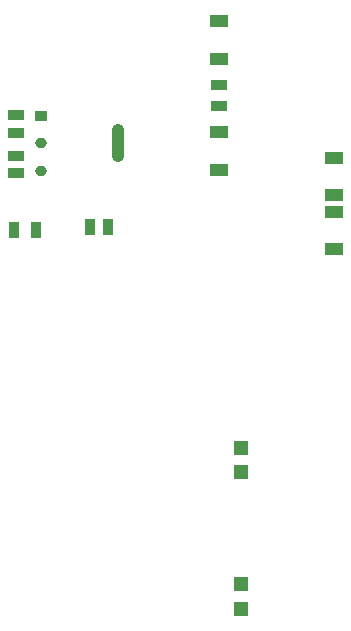
<source format=gtp>
G04*
G04 #@! TF.GenerationSoftware,Altium Limited,Altium Designer,25.6.2 (33)*
G04*
G04 Layer_Color=8421504*
%FSLAX44Y44*%
%MOMM*%
G71*
G04*
G04 #@! TF.SameCoordinates,F49642FE-DF47-4963-9727-11F46748976D*
G04*
G04*
G04 #@! TF.FilePolarity,Positive*
G04*
G01*
G75*
%ADD14R,1.5000X1.0000*%
%ADD15R,1.4000X0.9500*%
%ADD16R,1.2000X1.2000*%
%ADD17R,0.9500X1.3500*%
%ADD18R,0.9500X1.4000*%
G04:AMPARAMS|DCode=19|XSize=1.0043mm|YSize=3.1821mm|CornerRadius=0.4369mm|HoleSize=0mm|Usage=FLASHONLY|Rotation=0.000|XOffset=0mm|YOffset=0mm|HoleType=Round|Shape=RoundedRectangle|*
%AMROUNDEDRECTD19*
21,1,1.0043,2.3084,0,0,0.0*
21,1,0.1306,3.1821,0,0,0.0*
1,1,0.8737,0.0653,-1.1542*
1,1,0.8737,-0.0653,-1.1542*
1,1,0.8737,-0.0653,1.1542*
1,1,0.8737,0.0653,1.1542*
%
%ADD19ROUNDEDRECTD19*%
G04:AMPARAMS|DCode=20|XSize=1.0043mm|YSize=0.8721mm|CornerRadius=0.4361mm|HoleSize=0mm|Usage=FLASHONLY|Rotation=0.000|XOffset=0mm|YOffset=0mm|HoleType=Round|Shape=RoundedRectangle|*
%AMROUNDEDRECTD20*
21,1,1.0043,0.0000,0,0,0.0*
21,1,0.1322,0.8721,0,0,0.0*
1,1,0.8721,0.0661,0.0000*
1,1,0.8721,-0.0661,0.0000*
1,1,0.8721,-0.0661,0.0000*
1,1,0.8721,0.0661,0.0000*
%
%ADD20ROUNDEDRECTD20*%
%ADD21R,1.0043X0.8721*%
%ADD22R,1.3500X0.9500*%
D14*
X593090Y666240D02*
D03*
Y634240D02*
D03*
Y572260D02*
D03*
Y540260D02*
D03*
X690880Y550670D02*
D03*
Y518670D02*
D03*
Y472950D02*
D03*
Y504950D02*
D03*
D15*
X593090Y594000D02*
D03*
Y612500D02*
D03*
D16*
X612140Y189570D02*
D03*
Y168570D02*
D03*
Y305140D02*
D03*
Y284140D02*
D03*
D17*
X483990Y491490D02*
D03*
X498990D02*
D03*
D18*
X420010Y488950D02*
D03*
X438510D02*
D03*
D19*
X508000Y562610D02*
D03*
D20*
X442100Y539710D02*
D03*
Y562610D02*
D03*
D21*
Y585510D02*
D03*
D22*
X421640Y571620D02*
D03*
Y586620D02*
D03*
Y537330D02*
D03*
Y552330D02*
D03*
M02*

</source>
